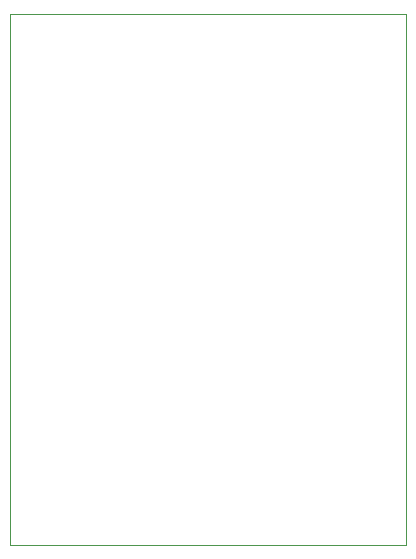
<source format=gm1>
%TF.GenerationSoftware,KiCad,Pcbnew,(6.0.1)*%
%TF.CreationDate,2022-01-31T15:08:43+08:00*%
%TF.ProjectId,BeeMultiROM,4265654d-756c-4746-9952-4f4d2e6b6963,rev?*%
%TF.SameCoordinates,Original*%
%TF.FileFunction,Profile,NP*%
%FSLAX46Y46*%
G04 Gerber Fmt 4.6, Leading zero omitted, Abs format (unit mm)*
G04 Created by KiCad (PCBNEW (6.0.1)) date 2022-01-31 15:08:43*
%MOMM*%
%LPD*%
G01*
G04 APERTURE LIST*
%TA.AperFunction,Profile*%
%ADD10C,0.050000*%
%TD*%
G04 APERTURE END LIST*
D10*
X137000000Y-69500000D02*
X137000000Y-24500000D01*
X170500000Y-69500000D02*
X137000000Y-69500000D01*
X170500000Y-24500000D02*
X170500000Y-69500000D01*
X137000000Y-24500000D02*
X170500000Y-24500000D01*
M02*

</source>
